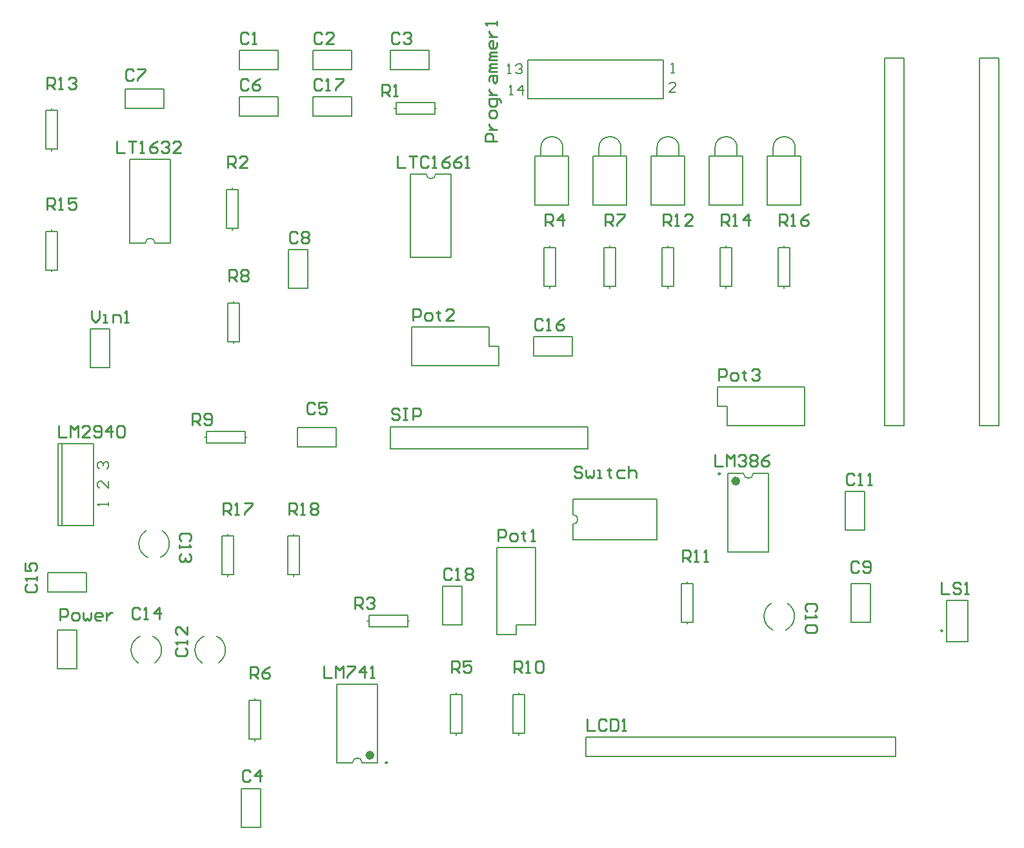
<source format=gto>
%FSLAX25Y25*%
%MOIN*%
G70*
G01*
G75*
%ADD10C,0.02000*%
%ADD11C,0.02500*%
%ADD12C,0.01000*%
%ADD13C,0.05906*%
%ADD14R,0.05906X0.05906*%
%ADD15C,0.04724*%
%ADD16R,0.05906X0.05906*%
%ADD17C,0.05906*%
%ADD18R,0.05906X0.05906*%
%ADD19C,0.05512*%
%ADD20C,0.06299*%
%ADD21R,0.04724X0.04724*%
%ADD22C,0.06299*%
%ADD23R,0.06299X0.06299*%
%ADD24R,0.05315X0.05315*%
%ADD25C,0.05315*%
%ADD26R,0.04724X0.04724*%
%ADD27R,0.05906X0.05906*%
G04:AMPARAMS|DCode=28|XSize=160mil|YSize=160mil|CornerRadius=40mil|HoleSize=0mil|Usage=FLASHONLY|Rotation=0.000|XOffset=0mil|YOffset=0mil|HoleType=Round|Shape=RoundedRectangle|*
%AMROUNDEDRECTD28*
21,1,0.16000,0.08000,0,0,0.0*
21,1,0.08000,0.16000,0,0,0.0*
1,1,0.08000,0.04000,-0.04000*
1,1,0.08000,-0.04000,-0.04000*
1,1,0.08000,-0.04000,0.04000*
1,1,0.08000,0.04000,0.04000*
%
%ADD28ROUNDEDRECTD28*%
%ADD29C,0.05000*%
%ADD30C,0.00787*%
%ADD31C,0.00500*%
%ADD32C,0.00984*%
%ADD33C,0.02362*%
%ADD34C,0.00800*%
%ADD35C,0.00591*%
D12*
X83002Y102999D02*
X82002Y101999D01*
Y100000D01*
X83002Y99000D01*
X87000D01*
X88000Y100000D01*
Y101999D01*
X87000Y102999D01*
X88000Y104998D02*
Y106997D01*
Y105998D01*
X82002D01*
X83002Y104998D01*
X88000Y113995D02*
Y109996D01*
X84001Y113995D01*
X83002D01*
X82002Y112996D01*
Y110996D01*
X83002Y109996D01*
X88998Y158501D02*
X89998Y159501D01*
Y161500D01*
X88998Y162500D01*
X85000D01*
X84000Y161500D01*
Y159501D01*
X85000Y158501D01*
X84000Y156502D02*
Y154503D01*
Y155502D01*
X89998D01*
X88998Y156502D01*
Y151504D02*
X89998Y150504D01*
Y148504D01*
X88998Y147505D01*
X87999D01*
X86999Y148504D01*
Y149504D01*
Y148504D01*
X85999Y147505D01*
X85000D01*
X84000Y148504D01*
Y150504D01*
X85000Y151504D01*
X153999Y228998D02*
X152999Y229998D01*
X151000D01*
X150000Y228998D01*
Y225000D01*
X151000Y224000D01*
X152999D01*
X153999Y225000D01*
X159997Y229998D02*
X155998D01*
Y226999D01*
X157997Y227999D01*
X158997D01*
X159997Y226999D01*
Y225000D01*
X158997Y224000D01*
X156998D01*
X155998Y225000D01*
X5502Y135999D02*
X4502Y134999D01*
Y133000D01*
X5502Y132000D01*
X9500D01*
X10500Y133000D01*
Y134999D01*
X9500Y135999D01*
X10500Y137998D02*
Y139997D01*
Y138998D01*
X4502D01*
X5502Y137998D01*
X4502Y146995D02*
Y142996D01*
X7501D01*
X6501Y144996D01*
Y145995D01*
X7501Y146995D01*
X9500D01*
X10500Y145995D01*
Y143996D01*
X9500Y142996D01*
X271599Y272398D02*
X270599Y273398D01*
X268600D01*
X267600Y272398D01*
Y268400D01*
X268600Y267400D01*
X270599D01*
X271599Y268400D01*
X273598Y267400D02*
X275597D01*
X274598D01*
Y273398D01*
X273598Y272398D01*
X282595Y273398D02*
X280596Y272398D01*
X278596Y270399D01*
Y268400D01*
X279596Y267400D01*
X281595D01*
X282595Y268400D01*
Y269399D01*
X281595Y270399D01*
X278596D01*
X157599Y396398D02*
X156599Y397398D01*
X154600D01*
X153600Y396398D01*
Y392400D01*
X154600Y391400D01*
X156599D01*
X157599Y392400D01*
X159598Y391400D02*
X161597D01*
X160598D01*
Y397398D01*
X159598Y396398D01*
X164596Y397398D02*
X168595D01*
Y396398D01*
X164596Y392400D01*
Y391400D01*
X119599Y420398D02*
X118599Y421398D01*
X116600D01*
X115600Y420398D01*
Y416400D01*
X116600Y415400D01*
X118599D01*
X119599Y416400D01*
X121598Y415400D02*
X123597D01*
X122598D01*
Y421398D01*
X121598Y420398D01*
X157599D02*
X156599Y421398D01*
X154600D01*
X153600Y420398D01*
Y416400D01*
X154600Y415400D01*
X156599D01*
X157599Y416400D01*
X163597Y415400D02*
X159598D01*
X163597Y419399D01*
Y420398D01*
X162597Y421398D01*
X160598D01*
X159598Y420398D01*
X197599D02*
X196599Y421398D01*
X194600D01*
X193600Y420398D01*
Y416400D01*
X194600Y415400D01*
X196599D01*
X197599Y416400D01*
X199598Y420398D02*
X200598Y421398D01*
X202597D01*
X203597Y420398D01*
Y419399D01*
X202597Y418399D01*
X201597D01*
X202597D01*
X203597Y417399D01*
Y416400D01*
X202597Y415400D01*
X200598D01*
X199598Y416400D01*
X119599Y396398D02*
X118599Y397398D01*
X116600D01*
X115600Y396398D01*
Y392400D01*
X116600Y391400D01*
X118599D01*
X119599Y392400D01*
X125597Y397398D02*
X123597Y396398D01*
X121598Y394399D01*
Y392400D01*
X122598Y391400D01*
X124597D01*
X125597Y392400D01*
Y393399D01*
X124597Y394399D01*
X121598D01*
X60499Y401498D02*
X59499Y402498D01*
X57500D01*
X56500Y401498D01*
Y397500D01*
X57500Y396500D01*
X59499D01*
X60499Y397500D01*
X62498Y402498D02*
X66497D01*
Y401498D01*
X62498Y397500D01*
Y396500D01*
X434999Y146998D02*
X433999Y147998D01*
X432000D01*
X431000Y146998D01*
Y143000D01*
X432000Y142000D01*
X433999D01*
X434999Y143000D01*
X436998D02*
X437998Y142000D01*
X439997D01*
X440997Y143000D01*
Y146998D01*
X439997Y147998D01*
X437998D01*
X436998Y146998D01*
Y145999D01*
X437998Y144999D01*
X440997D01*
X412498Y122001D02*
X413498Y123001D01*
Y125000D01*
X412498Y126000D01*
X408500D01*
X407500Y125000D01*
Y123001D01*
X408500Y122001D01*
X407500Y120002D02*
Y118003D01*
Y119002D01*
X413498D01*
X412498Y120002D01*
Y115004D02*
X413498Y114004D01*
Y112004D01*
X412498Y111005D01*
X408500D01*
X407500Y112004D01*
Y114004D01*
X408500Y115004D01*
X412498D01*
X204600Y272400D02*
Y278398D01*
X207599D01*
X208599Y277398D01*
Y275399D01*
X207599Y274399D01*
X204600D01*
X211598Y272400D02*
X213597D01*
X214597Y273400D01*
Y275399D01*
X213597Y276399D01*
X211598D01*
X210598Y275399D01*
Y273400D01*
X211598Y272400D01*
X217596Y277398D02*
Y276399D01*
X216596D01*
X218596D01*
X217596D01*
Y273400D01*
X218596Y272400D01*
X225593D02*
X221595D01*
X225593Y276399D01*
Y277398D01*
X224593Y278398D01*
X222594D01*
X221595Y277398D01*
X362600Y241400D02*
Y247398D01*
X365599D01*
X366599Y246398D01*
Y244399D01*
X365599Y243399D01*
X362600D01*
X369598Y241400D02*
X371597D01*
X372597Y242400D01*
Y244399D01*
X371597Y245399D01*
X369598D01*
X368598Y244399D01*
Y242400D01*
X369598Y241400D01*
X375596Y246398D02*
Y245399D01*
X374596D01*
X376595D01*
X375596D01*
Y242400D01*
X376595Y241400D01*
X379594Y246398D02*
X380594Y247398D01*
X382593D01*
X383593Y246398D01*
Y245399D01*
X382593Y244399D01*
X381594D01*
X382593D01*
X383593Y243399D01*
Y242400D01*
X382593Y241400D01*
X380594D01*
X379594Y242400D01*
X294600Y66398D02*
Y60400D01*
X298599D01*
X304597Y65398D02*
X303597Y66398D01*
X301598D01*
X300598Y65398D01*
Y61400D01*
X301598Y60400D01*
X303597D01*
X304597Y61400D01*
X306596Y66398D02*
Y60400D01*
X309595D01*
X310595Y61400D01*
Y65398D01*
X309595Y66398D01*
X306596D01*
X312594Y60400D02*
X314594D01*
X313594D01*
Y66398D01*
X312594Y65398D01*
X477900Y136898D02*
Y130900D01*
X481899D01*
X487897Y135898D02*
X486897Y136898D01*
X484898D01*
X483898Y135898D01*
Y134899D01*
X484898Y133899D01*
X486897D01*
X487897Y132899D01*
Y131900D01*
X486897Y130900D01*
X484898D01*
X483898Y131900D01*
X489896Y130900D02*
X491895D01*
X490896D01*
Y136898D01*
X489896Y135898D01*
X51600Y364998D02*
Y359000D01*
X55599D01*
X57598Y364998D02*
X61597D01*
X59597D01*
Y359000D01*
X63596D02*
X65596D01*
X64596D01*
Y364998D01*
X63596Y363998D01*
X72593Y364998D02*
X70594Y363998D01*
X68594Y361999D01*
Y360000D01*
X69594Y359000D01*
X71593D01*
X72593Y360000D01*
Y360999D01*
X71593Y361999D01*
X68594D01*
X74593Y363998D02*
X75592Y364998D01*
X77592D01*
X78591Y363998D01*
Y362999D01*
X77592Y361999D01*
X76592D01*
X77592D01*
X78591Y360999D01*
Y360000D01*
X77592Y359000D01*
X75592D01*
X74593Y360000D01*
X84589Y359000D02*
X80591D01*
X84589Y362999D01*
Y363998D01*
X83590Y364998D01*
X81590D01*
X80591Y363998D01*
X22500Y117500D02*
Y123498D01*
X25499D01*
X26499Y122498D01*
Y120499D01*
X25499Y119499D01*
X22500D01*
X29498Y117500D02*
X31497D01*
X32497Y118500D01*
Y120499D01*
X31497Y121499D01*
X29498D01*
X28498Y120499D01*
Y118500D01*
X29498Y117500D01*
X34496Y121499D02*
Y118500D01*
X35496Y117500D01*
X36496Y118500D01*
X37495Y117500D01*
X38495Y118500D01*
Y121499D01*
X43493Y117500D02*
X41494D01*
X40494Y118500D01*
Y120499D01*
X41494Y121499D01*
X43493D01*
X44493Y120499D01*
Y119499D01*
X40494D01*
X46492Y121499D02*
Y117500D01*
Y119499D01*
X47492Y120499D01*
X48492Y121499D01*
X49491D01*
X248000Y365000D02*
X242002D01*
Y367999D01*
X243002Y368999D01*
X245001D01*
X246001Y367999D01*
Y365000D01*
X244001Y370998D02*
X248000D01*
X246001D01*
X245001Y371998D01*
X244001Y372997D01*
Y373997D01*
X248000Y377996D02*
Y379995D01*
X247000Y380995D01*
X245001D01*
X244001Y379995D01*
Y377996D01*
X245001Y376996D01*
X247000D01*
X248000Y377996D01*
X249999Y384994D02*
Y385993D01*
X249000Y386993D01*
X244001D01*
Y383994D01*
X245001Y382994D01*
X247000D01*
X248000Y383994D01*
Y386993D01*
X244001Y388992D02*
X248000D01*
X246001D01*
X245001Y389992D01*
X244001Y390992D01*
Y391991D01*
Y395990D02*
Y397989D01*
X245001Y398989D01*
X248000D01*
Y395990D01*
X247000Y394990D01*
X246001Y395990D01*
Y398989D01*
X248000Y400988D02*
X244001D01*
Y401988D01*
X245001Y402988D01*
X248000D01*
X245001D01*
X244001Y403987D01*
X245001Y404987D01*
X248000D01*
Y406986D02*
X244001D01*
Y407986D01*
X245001Y408986D01*
X248000D01*
X245001D01*
X244001Y409985D01*
X245001Y410985D01*
X248000D01*
Y415983D02*
Y413984D01*
X247000Y412985D01*
X245001D01*
X244001Y413984D01*
Y415983D01*
X245001Y416983D01*
X246001D01*
Y412985D01*
X244001Y418983D02*
X248000D01*
X246001D01*
X245001Y419982D01*
X244001Y420982D01*
Y421982D01*
X248000Y424981D02*
Y426980D01*
Y425980D01*
X242002D01*
X243002Y424981D01*
X188800Y388400D02*
Y394398D01*
X191799D01*
X192799Y393398D01*
Y391399D01*
X191799Y390399D01*
X188800D01*
X190799D02*
X192799Y388400D01*
X194798D02*
X196797D01*
X195798D01*
Y394398D01*
X194798Y393398D01*
X174800Y123400D02*
Y129398D01*
X177799D01*
X178799Y128398D01*
Y126399D01*
X177799Y125399D01*
X174800D01*
X176799D02*
X178799Y123400D01*
X180798Y128398D02*
X181798Y129398D01*
X183797D01*
X184797Y128398D01*
Y127399D01*
X183797Y126399D01*
X182797D01*
X183797D01*
X184797Y125399D01*
Y124400D01*
X183797Y123400D01*
X181798D01*
X180798Y124400D01*
X109100Y351200D02*
Y357198D01*
X112099D01*
X113099Y356198D01*
Y354199D01*
X112099Y353199D01*
X109100D01*
X111099D02*
X113099Y351200D01*
X119097D02*
X115098D01*
X119097Y355199D01*
Y356198D01*
X118097Y357198D01*
X116098D01*
X115098Y356198D01*
X109600Y292700D02*
Y298698D01*
X112599D01*
X113599Y297698D01*
Y295699D01*
X112599Y294699D01*
X109600D01*
X111599D02*
X113599Y292700D01*
X115598Y297698D02*
X116598Y298698D01*
X118597D01*
X119597Y297698D01*
Y296699D01*
X118597Y295699D01*
X119597Y294699D01*
Y293700D01*
X118597Y292700D01*
X116598D01*
X115598Y293700D01*
Y294699D01*
X116598Y295699D01*
X115598Y296699D01*
Y297698D01*
X116598Y295699D02*
X118597D01*
X90800Y218400D02*
Y224398D01*
X93799D01*
X94799Y223398D01*
Y221399D01*
X93799Y220399D01*
X90800D01*
X92799D02*
X94799Y218400D01*
X96798Y219400D02*
X97798Y218400D01*
X99797D01*
X100797Y219400D01*
Y223398D01*
X99797Y224398D01*
X97798D01*
X96798Y223398D01*
Y222399D01*
X97798Y221399D01*
X100797D01*
X224600Y90200D02*
Y96198D01*
X227599D01*
X228599Y95198D01*
Y93199D01*
X227599Y92199D01*
X224600D01*
X226599D02*
X228599Y90200D01*
X234597Y96198D02*
X230598D01*
Y93199D01*
X232597Y94199D01*
X233597D01*
X234597Y93199D01*
Y91200D01*
X233597Y90200D01*
X231598D01*
X230598Y91200D01*
X120600Y87200D02*
Y93198D01*
X123599D01*
X124599Y92198D01*
Y90199D01*
X123599Y89199D01*
X120600D01*
X122599D02*
X124599Y87200D01*
X130597Y93198D02*
X128597Y92198D01*
X126598Y90199D01*
Y88200D01*
X127598Y87200D01*
X129597D01*
X130597Y88200D01*
Y89199D01*
X129597Y90199D01*
X126598D01*
X257100Y90200D02*
Y96198D01*
X260099D01*
X261099Y95198D01*
Y93199D01*
X260099Y92199D01*
X257100D01*
X259099D02*
X261099Y90200D01*
X263098D02*
X265097D01*
X264098D01*
Y96198D01*
X263098Y95198D01*
X268096D02*
X269096Y96198D01*
X271095D01*
X272095Y95198D01*
Y91200D01*
X271095Y90200D01*
X269096D01*
X268096Y91200D01*
Y95198D01*
X344100Y147700D02*
Y153698D01*
X347099D01*
X348099Y152698D01*
Y150699D01*
X347099Y149699D01*
X344100D01*
X346099D02*
X348099Y147700D01*
X350098D02*
X352097D01*
X351098D01*
Y153698D01*
X350098Y152698D01*
X355096Y147700D02*
X357096D01*
X356096D01*
Y153698D01*
X355096Y152698D01*
X273100Y321200D02*
Y327198D01*
X276099D01*
X277099Y326198D01*
Y324199D01*
X276099Y323199D01*
X273100D01*
X275099D02*
X277099Y321200D01*
X282097D02*
Y327198D01*
X279098Y324199D01*
X283097D01*
X304100Y321200D02*
Y327198D01*
X307099D01*
X308099Y326198D01*
Y324199D01*
X307099Y323199D01*
X304100D01*
X306099D02*
X308099Y321200D01*
X310098Y327198D02*
X314097D01*
Y326198D01*
X310098Y322200D01*
Y321200D01*
X334100D02*
Y327198D01*
X337099D01*
X338099Y326198D01*
Y324199D01*
X337099Y323199D01*
X334100D01*
X336099D02*
X338099Y321200D01*
X340098D02*
X342097D01*
X341098D01*
Y327198D01*
X340098Y326198D01*
X349095Y321200D02*
X345096D01*
X349095Y325199D01*
Y326198D01*
X348095Y327198D01*
X346096D01*
X345096Y326198D01*
X364100Y321200D02*
Y327198D01*
X367099D01*
X368099Y326198D01*
Y324199D01*
X367099Y323199D01*
X364100D01*
X366099D02*
X368099Y321200D01*
X370098D02*
X372097D01*
X371098D01*
Y327198D01*
X370098Y326198D01*
X378096Y321200D02*
Y327198D01*
X375096Y324199D01*
X379095D01*
X394100Y321200D02*
Y327198D01*
X397099D01*
X398099Y326198D01*
Y324199D01*
X397099Y323199D01*
X394100D01*
X396099D02*
X398099Y321200D01*
X400098D02*
X402097D01*
X401098D01*
Y327198D01*
X400098Y326198D01*
X409095Y327198D02*
X407096Y326198D01*
X405096Y324199D01*
Y322200D01*
X406096Y321200D01*
X408096D01*
X409095Y322200D01*
Y323199D01*
X408096Y324199D01*
X405096D01*
X21900Y217998D02*
Y212000D01*
X25899D01*
X27898D02*
Y217998D01*
X29897Y215999D01*
X31897Y217998D01*
Y212000D01*
X37895D02*
X33896D01*
X37895Y215999D01*
Y216998D01*
X36895Y217998D01*
X34896D01*
X33896Y216998D01*
X39894Y213000D02*
X40894Y212000D01*
X42893D01*
X43893Y213000D01*
Y216998D01*
X42893Y217998D01*
X40894D01*
X39894Y216998D01*
Y215999D01*
X40894Y214999D01*
X43893D01*
X48891Y212000D02*
Y217998D01*
X45892Y214999D01*
X49891D01*
X51890Y216998D02*
X52890Y217998D01*
X54889D01*
X55889Y216998D01*
Y213000D01*
X54889Y212000D01*
X52890D01*
X51890Y213000D01*
Y216998D01*
X158600Y93698D02*
Y87700D01*
X162599D01*
X164598D02*
Y93698D01*
X166597Y91699D01*
X168597Y93698D01*
Y87700D01*
X170596Y93698D02*
X174595D01*
Y92698D01*
X170596Y88700D01*
Y87700D01*
X179593D02*
Y93698D01*
X176594Y90699D01*
X180593D01*
X182592Y87700D02*
X184592D01*
X183592D01*
Y93698D01*
X182592Y92698D01*
X360600Y203098D02*
Y197100D01*
X364599D01*
X366598D02*
Y203098D01*
X368597Y201099D01*
X370597Y203098D01*
Y197100D01*
X372596Y202098D02*
X373596Y203098D01*
X375595D01*
X376595Y202098D01*
Y201099D01*
X375595Y200099D01*
X374595D01*
X375595D01*
X376595Y199099D01*
Y198100D01*
X375595Y197100D01*
X373596D01*
X372596Y198100D01*
X378594Y202098D02*
X379594Y203098D01*
X381593D01*
X382593Y202098D01*
Y201099D01*
X381593Y200099D01*
X382593Y199099D01*
Y198100D01*
X381593Y197100D01*
X379594D01*
X378594Y198100D01*
Y199099D01*
X379594Y200099D01*
X378594Y201099D01*
Y202098D01*
X379594Y200099D02*
X381593D01*
X388591Y203098D02*
X386592Y202098D01*
X384592Y200099D01*
Y198100D01*
X385592Y197100D01*
X387591D01*
X388591Y198100D01*
Y199099D01*
X387591Y200099D01*
X384592D01*
X38600Y277398D02*
Y273399D01*
X40599Y271400D01*
X42599Y273399D01*
Y277398D01*
X44598Y271400D02*
X46597D01*
X45598D01*
Y275399D01*
X44598D01*
X49596Y271400D02*
Y275399D01*
X52596D01*
X53595Y274399D01*
Y271400D01*
X55594D02*
X57594D01*
X56594D01*
Y277398D01*
X55594Y276398D01*
X432599Y192398D02*
X431599Y193398D01*
X429600D01*
X428600Y192398D01*
Y188400D01*
X429600Y187400D01*
X431599D01*
X432599Y188400D01*
X434598Y187400D02*
X436597D01*
X435598D01*
Y193398D01*
X434598Y192398D01*
X439596Y187400D02*
X441596D01*
X440596D01*
Y193398D01*
X439596Y192398D01*
X145099Y317398D02*
X144099Y318398D01*
X142100D01*
X141100Y317398D01*
Y313400D01*
X142100Y312400D01*
X144099D01*
X145099Y313400D01*
X147098Y317398D02*
X148098Y318398D01*
X150097D01*
X151097Y317398D01*
Y316399D01*
X150097Y315399D01*
X151097Y314399D01*
Y313400D01*
X150097Y312400D01*
X148098D01*
X147098Y313400D01*
Y314399D01*
X148098Y315399D01*
X147098Y316399D01*
Y317398D01*
X148098Y315399D02*
X150097D01*
X120599Y38898D02*
X119599Y39898D01*
X117600D01*
X116600Y38898D01*
Y34900D01*
X117600Y33900D01*
X119599D01*
X120599Y34900D01*
X125597Y33900D02*
Y39898D01*
X122598Y36899D01*
X126597D01*
X15650Y392150D02*
Y398148D01*
X18649D01*
X19649Y397148D01*
Y395149D01*
X18649Y394149D01*
X15650D01*
X17649D02*
X19649Y392150D01*
X21648D02*
X23647D01*
X22648D01*
Y398148D01*
X21648Y397148D01*
X26646D02*
X27646Y398148D01*
X29645D01*
X30645Y397148D01*
Y396149D01*
X29645Y395149D01*
X28646D01*
X29645D01*
X30645Y394149D01*
Y393150D01*
X29645Y392150D01*
X27646D01*
X26646Y393150D01*
X15600Y329700D02*
Y335698D01*
X18599D01*
X19599Y334698D01*
Y332699D01*
X18599Y331699D01*
X15600D01*
X17599D02*
X19599Y329700D01*
X21598D02*
X23597D01*
X22598D01*
Y335698D01*
X21598Y334698D01*
X30595Y335698D02*
X26596D01*
Y332699D01*
X28596Y333699D01*
X29596D01*
X30595Y332699D01*
Y330700D01*
X29596Y329700D01*
X27596D01*
X26596Y330700D01*
X224599Y143398D02*
X223599Y144398D01*
X221600D01*
X220600Y143398D01*
Y139400D01*
X221600Y138400D01*
X223599D01*
X224599Y139400D01*
X226598Y138400D02*
X228597D01*
X227598D01*
Y144398D01*
X226598Y143398D01*
X231596D02*
X232596Y144398D01*
X234595D01*
X235595Y143398D01*
Y142399D01*
X234595Y141399D01*
X235595Y140399D01*
Y139400D01*
X234595Y138400D01*
X232596D01*
X231596Y139400D01*
Y140399D01*
X232596Y141399D01*
X231596Y142399D01*
Y143398D01*
X232596Y141399D02*
X234595D01*
X63699Y122898D02*
X62699Y123898D01*
X60700D01*
X59700Y122898D01*
Y118900D01*
X60700Y117900D01*
X62699D01*
X63699Y118900D01*
X65698Y117900D02*
X67697D01*
X66698D01*
Y123898D01*
X65698Y122898D01*
X73695Y117900D02*
Y123898D01*
X70696Y120899D01*
X74695D01*
X196600Y357498D02*
Y351500D01*
X200599D01*
X202598Y357498D02*
X206597D01*
X204597D01*
Y351500D01*
X212595Y356498D02*
X211595Y357498D01*
X209596D01*
X208596Y356498D01*
Y352500D01*
X209596Y351500D01*
X211595D01*
X212595Y352500D01*
X214594Y351500D02*
X216594D01*
X215594D01*
Y357498D01*
X214594Y356498D01*
X223591Y357498D02*
X221592Y356498D01*
X219593Y354499D01*
Y352500D01*
X220592Y351500D01*
X222592D01*
X223591Y352500D01*
Y353499D01*
X222592Y354499D01*
X219593D01*
X229589Y357498D02*
X227590Y356498D01*
X225591Y354499D01*
Y352500D01*
X226590Y351500D01*
X228590D01*
X229589Y352500D01*
Y353499D01*
X228590Y354499D01*
X225591D01*
X231589Y351500D02*
X233588D01*
X232588D01*
Y357498D01*
X231589Y356498D01*
X106650Y172150D02*
Y178148D01*
X109649D01*
X110649Y177148D01*
Y175149D01*
X109649Y174149D01*
X106650D01*
X108649D02*
X110649Y172150D01*
X112648D02*
X114647D01*
X113648D01*
Y178148D01*
X112648Y177148D01*
X117646Y178148D02*
X121645D01*
Y177148D01*
X117646Y173150D01*
Y172150D01*
X140650D02*
Y178148D01*
X143649D01*
X144649Y177148D01*
Y175149D01*
X143649Y174149D01*
X140650D01*
X142649D02*
X144649Y172150D01*
X146648D02*
X148647D01*
X147648D01*
Y178148D01*
X146648Y177148D01*
X151646D02*
X152646Y178148D01*
X154646D01*
X155645Y177148D01*
Y176149D01*
X154646Y175149D01*
X155645Y174149D01*
Y173150D01*
X154646Y172150D01*
X152646D01*
X151646Y173150D01*
Y174149D01*
X152646Y175149D01*
X151646Y176149D01*
Y177148D01*
X152646Y175149D02*
X154646D01*
X248600Y158400D02*
Y164398D01*
X251599D01*
X252599Y163398D01*
Y161399D01*
X251599Y160399D01*
X248600D01*
X255598Y158400D02*
X257597D01*
X258597Y159400D01*
Y161399D01*
X257597Y162399D01*
X255598D01*
X254598Y161399D01*
Y159400D01*
X255598Y158400D01*
X261596Y163398D02*
Y162399D01*
X260596D01*
X262596D01*
X261596D01*
Y159400D01*
X262596Y158400D01*
X265595D02*
X267594D01*
X266594D01*
Y164398D01*
X265595Y163398D01*
X197599Y225898D02*
X196599Y226898D01*
X194600D01*
X193600Y225898D01*
Y224899D01*
X194600Y223899D01*
X196599D01*
X197599Y222899D01*
Y221900D01*
X196599Y220900D01*
X194600D01*
X193600Y221900D01*
X199598Y226898D02*
X201597D01*
X200598D01*
Y220900D01*
X199598D01*
X201597D01*
X204596D02*
Y226898D01*
X207595D01*
X208595Y225898D01*
Y223899D01*
X207595Y222899D01*
X204596D01*
X291999Y195898D02*
X290999Y196898D01*
X289000D01*
X288000Y195898D01*
Y194899D01*
X289000Y193899D01*
X290999D01*
X291999Y192899D01*
Y191900D01*
X290999Y190900D01*
X289000D01*
X288000Y191900D01*
X293998Y194899D02*
Y191900D01*
X294998Y190900D01*
X295997Y191900D01*
X296997Y190900D01*
X297997Y191900D01*
Y194899D01*
X299996Y190900D02*
X301995D01*
X300996D01*
Y194899D01*
X299996D01*
X305994Y195898D02*
Y194899D01*
X304995D01*
X306994D01*
X305994D01*
Y191900D01*
X306994Y190900D01*
X313992Y194899D02*
X310993D01*
X309993Y193899D01*
Y191900D01*
X310993Y190900D01*
X313992D01*
X315991Y196898D02*
Y190900D01*
Y193899D01*
X316991Y194899D01*
X318990D01*
X319990Y193899D01*
Y190900D01*
D30*
X211500Y348153D02*
G03*
X216500Y348153I2500J0D01*
G01*
X375500Y193276D02*
G03*
X380500Y193276I2500J0D01*
G01*
X178500Y43724D02*
G03*
X173500Y43724I-2500J0D01*
G01*
X104232Y95360D02*
G03*
X103274Y109161I-4232J6640D01*
G01*
X96726D02*
G03*
X95768Y95360I3274J-7161D01*
G01*
X66768Y163640D02*
G03*
X67726Y149839I4232J-6640D01*
G01*
X74274D02*
G03*
X75232Y163640I-3274J7161D01*
G01*
X389768Y126140D02*
G03*
X390726Y112339I4232J-6640D01*
G01*
X397274D02*
G03*
X398232Y126140I-3274J7161D01*
G01*
X71500Y312347D02*
G03*
X66500Y312347I-2500J0D01*
G01*
X71232Y95360D02*
G03*
X70274Y109161I-4232J6640D01*
G01*
X63726D02*
G03*
X62768Y95360I3274J-7161D01*
G01*
X287347Y167000D02*
G03*
X287347Y172000I0J2500D01*
G01*
X264000Y407000D02*
X334000D01*
X264000Y387000D02*
X334000D01*
Y407000D01*
X264000Y387000D02*
Y407000D01*
X115000Y378000D02*
X135000D01*
Y388000D01*
X115000D02*
X135000D01*
X115000Y378000D02*
Y388000D01*
X203567Y348154D02*
X211500D01*
X216500D02*
X224433D01*
X203567Y304847D02*
X224433D01*
X203567D02*
Y348154D01*
X224433Y304847D02*
Y348154D01*
X56000Y392000D02*
X76000D01*
X56000Y382000D02*
Y392000D01*
Y382000D02*
X76000D01*
Y392000D01*
X193000Y412000D02*
X213000D01*
X193000Y402000D02*
Y412000D01*
Y402000D02*
X213000D01*
Y412000D01*
X153000D02*
X173000D01*
X153000Y402000D02*
Y412000D01*
Y402000D02*
X173000D01*
Y412000D01*
X115000Y402000D02*
X135000D01*
Y412000D01*
X115000D02*
X135000D01*
X115000Y402000D02*
Y412000D01*
X16000Y132000D02*
X36000D01*
Y142000D01*
X16000D02*
X36000D01*
X16000Y132000D02*
Y142000D01*
X21000Y92500D02*
Y112500D01*
Y92500D02*
X31000D01*
Y112500D01*
X21000D02*
X31000D01*
X454000Y47000D02*
Y57000D01*
X301500D02*
X454000D01*
X294000D02*
X301500D01*
X294000Y47000D02*
Y57000D01*
Y47000D02*
X454000D01*
X396500Y289100D02*
Y290000D01*
Y310000D02*
Y310900D01*
X393500Y290000D02*
X396500D01*
X393500D02*
Y310000D01*
X399500D01*
Y290000D02*
Y310000D01*
X396500Y290000D02*
X399500D01*
X366500Y289100D02*
Y290000D01*
Y310000D02*
Y310900D01*
X363500Y290000D02*
X366500D01*
X363500D02*
Y310000D01*
X369500D01*
Y290000D02*
Y310000D01*
X366500Y290000D02*
X369500D01*
X336500Y289100D02*
Y290000D01*
Y310000D02*
Y310900D01*
X333500Y290000D02*
X336500D01*
X333500D02*
Y310000D01*
X339500D01*
Y290000D02*
Y310000D01*
X336500Y290000D02*
X339500D01*
X306500Y289100D02*
Y290000D01*
Y310000D02*
Y310900D01*
X303500Y290000D02*
X306500D01*
X303500D02*
Y310000D01*
X309500D01*
Y290000D02*
Y310000D01*
X306500Y290000D02*
X309500D01*
X275500Y289100D02*
Y290000D01*
Y310000D02*
Y310900D01*
X272500Y290000D02*
X275500D01*
X272500D02*
Y310000D01*
X278500D01*
Y290000D02*
Y310000D01*
X275500Y290000D02*
X278500D01*
X367567Y152724D02*
Y193276D01*
X388433Y152724D02*
Y193276D01*
X367567D02*
X375500D01*
X380500D02*
X388433D01*
X367567Y152724D02*
X388433D01*
X480488Y106488D02*
X491512D01*
X480488Y127512D02*
X491512D01*
X480488Y106488D02*
Y127512D01*
X491512Y106488D02*
Y127512D01*
X346500Y136500D02*
Y137400D01*
Y115600D02*
Y116500D01*
Y136500D02*
X349500D01*
Y116500D02*
Y136500D01*
X343500Y116500D02*
X349500D01*
X343500D02*
Y136500D01*
X346500D01*
X195100Y382000D02*
X196000D01*
X216000D02*
X216900D01*
X196000D02*
Y385000D01*
X216000D01*
Y379000D02*
Y385000D01*
X196000Y379000D02*
X216000D01*
X196000D02*
Y382000D01*
X458500Y254667D02*
Y255500D01*
Y218000D02*
Y400500D01*
Y408000D01*
X448500D02*
X458500D01*
X448500Y218000D02*
Y408000D01*
Y218000D02*
X458500D01*
X507500Y254667D02*
Y255500D01*
Y218000D02*
Y400500D01*
Y408000D01*
X497500D02*
X507500D01*
X497500Y218000D02*
Y408000D01*
Y218000D02*
X507500D01*
X259500Y58100D02*
Y59000D01*
Y79000D02*
Y79900D01*
X256500Y59000D02*
X259500D01*
X256500D02*
Y79000D01*
X262500D01*
Y59000D02*
Y79000D01*
X259500Y59000D02*
X262500D01*
X123000Y55100D02*
Y56000D01*
Y76000D02*
Y76900D01*
X120000Y56000D02*
X123000D01*
X120000D02*
Y76000D01*
X126000D01*
Y56000D02*
Y76000D01*
X123000Y56000D02*
X126000D01*
X227000Y79000D02*
Y79900D01*
Y58100D02*
Y59000D01*
Y79000D02*
X230000D01*
Y59000D02*
Y79000D01*
X224000Y59000D02*
X230000D01*
X224000D02*
Y79000D01*
X227000D01*
X97100Y212000D02*
X98000D01*
X118000D02*
X118900D01*
X98000D02*
Y215000D01*
X118000D01*
Y209000D02*
Y215000D01*
X98000Y209000D02*
X118000D01*
X98000D02*
Y212000D01*
X112000Y281500D02*
Y282400D01*
Y260600D02*
Y261500D01*
Y281500D02*
X115000D01*
Y261500D02*
Y281500D01*
X109000Y261500D02*
X115000D01*
X109000D02*
Y281500D01*
X112000D01*
X111500Y340000D02*
Y340900D01*
Y319100D02*
Y320000D01*
Y340000D02*
X114500D01*
Y320000D02*
Y340000D01*
X108500Y320000D02*
X114500D01*
X108500D02*
Y340000D01*
X111500D01*
X165567Y84276D02*
X186433D01*
X165567Y43724D02*
X173500D01*
X178500D02*
X186433D01*
X165567D02*
Y84276D01*
X186433Y43724D02*
Y84276D01*
X181100Y117000D02*
X182000D01*
X202000D02*
X202900D01*
X182000D02*
Y120000D01*
X202000D01*
Y114000D02*
Y120000D01*
X182000Y114000D02*
X202000D01*
X182000D02*
Y117000D01*
X204000Y269000D02*
X244000D01*
Y259000D02*
Y269000D01*
Y259000D02*
X249000D01*
Y249000D02*
Y259000D01*
X204000Y249000D02*
X249000D01*
X204000D02*
Y269000D01*
X367000Y218000D02*
X407000D01*
X367000D02*
Y228000D01*
X362000D02*
X367000D01*
X362000D02*
Y238000D01*
X407000D01*
Y218000D02*
Y238000D01*
X48000Y248000D02*
Y268000D01*
X38000D02*
X48000D01*
X38000Y248000D02*
Y268000D01*
Y248000D02*
X48000D01*
X21280Y208563D02*
X39784D01*
X21280Y166437D02*
X39784D01*
Y208563D01*
X21280Y166437D02*
Y208563D01*
X23248Y166437D02*
Y208563D01*
X287000Y254000D02*
Y264000D01*
X267000Y254000D02*
X287000D01*
X267000D02*
Y264000D01*
X287000D01*
X173000Y378000D02*
Y388000D01*
X153000Y378000D02*
X173000D01*
X153000D02*
Y388000D01*
X173000D01*
X428000Y184000D02*
X438000D01*
Y164000D02*
Y184000D01*
X428000Y164000D02*
X438000D01*
X428000D02*
Y184000D01*
X431000Y136500D02*
X441000D01*
Y116500D02*
Y136500D01*
X431000Y116500D02*
X441000D01*
X431000D02*
Y136500D01*
X71500Y312347D02*
X79433D01*
X58567D02*
X66500D01*
X58567Y355654D02*
X79433D01*
Y312347D02*
Y355654D01*
X58567Y312347D02*
Y355654D01*
X116000Y30500D02*
X126000D01*
Y10500D02*
Y30500D01*
X116000Y10500D02*
X126000D01*
X116000D02*
Y30500D01*
X165000Y207000D02*
Y217000D01*
X145000Y207000D02*
X165000D01*
X145000D02*
Y217000D01*
X165000D01*
X18000Y318500D02*
Y319400D01*
Y297600D02*
Y298500D01*
Y318500D02*
X21000D01*
Y298500D02*
Y318500D01*
X15000Y298500D02*
X21000D01*
X15000D02*
Y318500D01*
X18000D01*
Y381000D02*
Y381900D01*
Y360100D02*
Y361000D01*
Y381000D02*
X21000D01*
Y361000D02*
Y381000D01*
X15000Y361000D02*
X21000D01*
X15000D02*
Y381000D01*
X18000D01*
X140500Y289000D02*
X150500D01*
X140500D02*
Y309000D01*
X150500D01*
Y289000D02*
Y309000D01*
X220000Y115000D02*
X230000D01*
X220000D02*
Y135000D01*
X230000D01*
Y115000D02*
Y135000D01*
X109000Y161000D02*
Y161900D01*
Y140100D02*
Y141000D01*
Y161000D02*
X112000D01*
Y141000D02*
Y161000D01*
X106000Y141000D02*
X112000D01*
X106000D02*
Y161000D01*
X109000D01*
X143000D02*
Y161900D01*
Y140100D02*
Y141000D01*
Y161000D02*
X146000D01*
Y141000D02*
Y161000D01*
X140000Y141000D02*
X146000D01*
X140000D02*
Y161000D01*
X143000D01*
X268000Y115000D02*
Y155000D01*
X258000Y115000D02*
X268000D01*
X258000Y110000D02*
Y115000D01*
X248000Y110000D02*
X258000D01*
X248000D02*
Y155000D01*
X268000D01*
X287347Y179933D02*
X330654D01*
X287347Y159067D02*
X330654D01*
Y179933D01*
X287347Y172000D02*
Y179933D01*
Y159067D02*
Y167000D01*
X193000Y206000D02*
X295154D01*
Y217500D01*
X193000Y206000D02*
Y217500D01*
X295154D01*
D31*
X402209Y361653D02*
G03*
X390791Y361653I-5709J0D01*
G01*
X372209D02*
G03*
X360791Y361653I-5709J0D01*
G01*
X342209D02*
G03*
X330791Y361653I-5709J0D01*
G01*
X282209D02*
G03*
X270791Y361653I-5709J0D01*
G01*
X312209D02*
G03*
X300791Y361653I-5709J0D01*
G01*
X402209Y357323D02*
Y361654D01*
X390791Y357323D02*
Y361654D01*
X405161Y332126D02*
Y357323D01*
X387839D02*
X405161D01*
X387839Y332126D02*
Y357323D01*
Y332126D02*
X405161D01*
X372209Y357323D02*
Y361654D01*
X360791Y357323D02*
Y361654D01*
X375161Y332126D02*
Y357323D01*
X357839D02*
X375161D01*
X357839Y332126D02*
Y357323D01*
Y332126D02*
X375161D01*
X342209Y357323D02*
Y361654D01*
X330791Y357323D02*
Y361654D01*
X345161Y332126D02*
Y357323D01*
X327839D02*
X345161D01*
X327839Y332126D02*
Y357323D01*
Y332126D02*
X345161D01*
X282209Y357323D02*
Y361654D01*
X270791Y357323D02*
Y361654D01*
X285161Y332126D02*
Y357323D01*
X267839D02*
X285161D01*
X267839Y332126D02*
Y357323D01*
Y332126D02*
X285161D01*
X312209Y357323D02*
Y361654D01*
X300791Y357323D02*
Y361654D01*
X315161Y332126D02*
Y357323D01*
X297839D02*
X315161D01*
X297839Y332126D02*
Y357323D01*
Y332126D02*
X315161D01*
D32*
X363492Y193118D02*
G03*
X363492Y193118I-492J0D01*
G01*
X478421Y112000D02*
G03*
X478421Y112000I-492J0D01*
G01*
X191492Y43882D02*
G03*
X191492Y43882I-492J0D01*
G01*
D33*
X372685Y189339D02*
G03*
X372685Y189339I-1181J0D01*
G01*
X183677Y47661D02*
G03*
X183677Y47661I-1181J0D01*
G01*
D34*
X253662Y399941D02*
X255328D01*
X254495D01*
Y404939D01*
X253662Y404106D01*
X257828D02*
X258661Y404939D01*
X260327D01*
X261160Y404106D01*
Y403273D01*
X260327Y402440D01*
X259494D01*
X260327D01*
X261160Y401607D01*
Y400774D01*
X260327Y399941D01*
X258661D01*
X257828Y400774D01*
X254662Y388941D02*
X256329D01*
X255495D01*
Y393939D01*
X254662Y393106D01*
X261327Y388941D02*
Y393939D01*
X258828Y391440D01*
X262160D01*
X338162Y400441D02*
X339828D01*
X338995D01*
Y405439D01*
X338162Y404606D01*
X340495Y390441D02*
X337162D01*
X340495Y393773D01*
Y394606D01*
X339662Y395439D01*
X337995D01*
X337162Y394606D01*
D35*
X42639Y195531D02*
X41655Y196515D01*
Y198483D01*
X42639Y199467D01*
X43623D01*
X44607Y198483D01*
Y197499D01*
Y198483D01*
X45591Y199467D01*
X46575D01*
X47559Y198483D01*
Y196515D01*
X46575Y195531D01*
X47559Y176516D02*
Y178484D01*
Y177500D01*
X41655D01*
X42639Y176516D01*
X47559Y189467D02*
Y185531D01*
X43623Y189467D01*
X42639D01*
X41655Y188483D01*
Y186515D01*
X42639Y185531D01*
M02*

</source>
